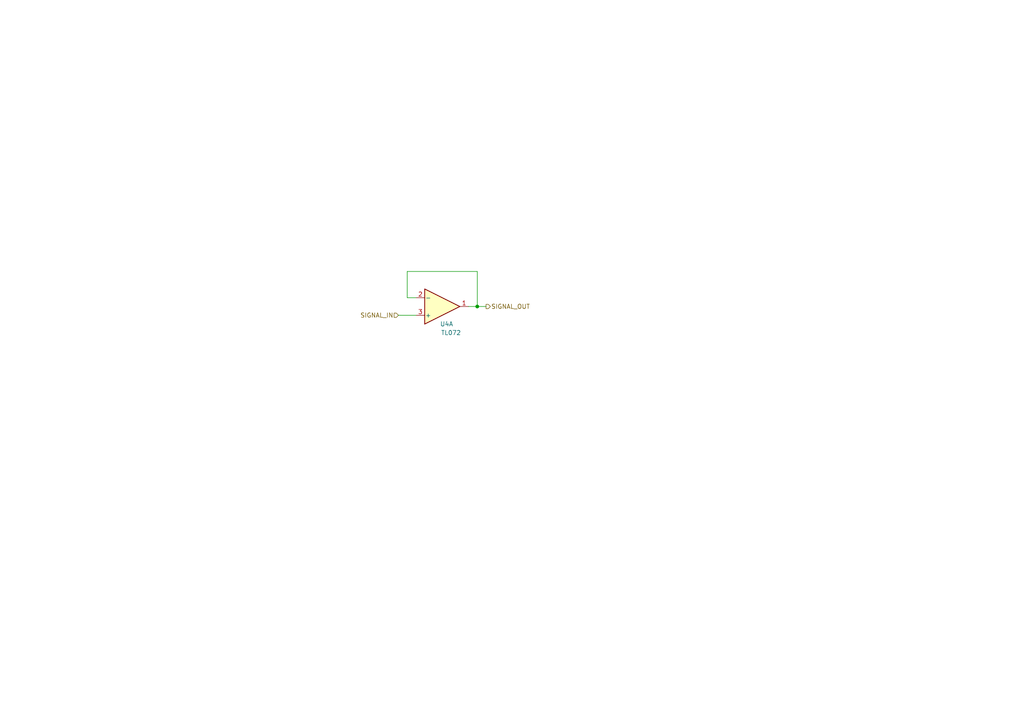
<source format=kicad_sch>
(kicad_sch (version 20211123) (generator eeschema)
  (paper "A4")
  (title_block (title "M.S.M. Stereo Lowpass Filter Pedal") (date "2023-04-15") (rev "0.1") (comment 2 "creativecommons.org/licenses/by/4.0") (comment 3 "License: CC by 4.0") (comment 4 "Author: Jordan Aceto"))
  (lib_symbols
    (symbol "Amplifier_Operational:TL072" (pin_names (offset 0.127))
      (property "Reference" "U" (at 0 5.08 0))
      (property "Value" "TL072" (at 0 -5.08 0))
      (symbol "TL072_1_1"
        (polyline (pts (xy -5.08 5.08) (xy 5.08 0) (xy -5.08 -5.08) (xy -5.08 5.08)) (stroke (width 0.254)) (fill (type background)))
        (pin output line (at 7.62 0 180) (length 2.54) (name "~") (number "1"))
        (pin input line (at -7.62 -2.54 0) (length 2.54) (name "-") (number "2"))
        (pin input line (at -7.62 2.54 0) (length 2.54) (name "+") (number "3"))
      )
      (symbol "TL072_2_1"
        (polyline (pts (xy -5.08 5.08) (xy 5.08 0) (xy -5.08 -5.08) (xy -5.08 5.08)) (stroke (width 0.254)) (fill (type background)))
        (pin input line (at -7.62 2.54 0) (length 2.54) (name "+") (number "5"))
        (pin input line (at -7.62 -2.54 0) (length 2.54) (name "-") (number "6"))
        (pin output line (at 7.62 0 180) (length 2.54) (name "~") (number "7"))
      )
      (symbol "TL072_3_1"
        (pin power_in line (at -2.54 -7.62 90) (length 3.81) (name "V-") (number "4"))
        (pin power_in line (at -2.54 7.62 270) (length 3.81) (name "V+") (number "8"))
      )
    )
  )
  (junction (at 138.43 88.9))
  (wire (pts (xy 138.43 88.9) (xy 140.97 88.9)))
  (wire (pts (xy 115.57 91.44) (xy 120.65 91.44)))
  (wire (pts (xy 118.11 86.36) (xy 120.65 86.36)))
  (wire (pts (xy 118.11 78.74) (xy 118.11 86.36)))
  (wire (pts (xy 138.43 78.74) (xy 118.11 78.74)))
  (wire (pts (xy 135.89 88.9) (xy 138.43 88.9)))
  (wire (pts (xy 138.43 88.9) (xy 138.43 78.74)))
  (hierarchical_label "SIGNAL_OUT" (shape output) (at 140.97 88.9 0))
  (hierarchical_label "SIGNAL_IN" (shape input) (at 115.57 91.44 180))
  (symbol (lib_id "Amplifier_Operational:TL072") (at 128.27 88.9 0) (mirror x) (unit 1)
    (property "Reference" "U4" (at 129.54 93.98 0))
    (property "Value" "TL072" (at 130.81 96.52 0))
    (property "Footprint" "Package_SO:SOIC-8_3.9x4.9mm_P1.27mm" (effects hide))
    (property "Datasheet" "http://www.ti.com/lit/ds/symlink/tl071.pdf" (effects hide))
  )
)
</source>
